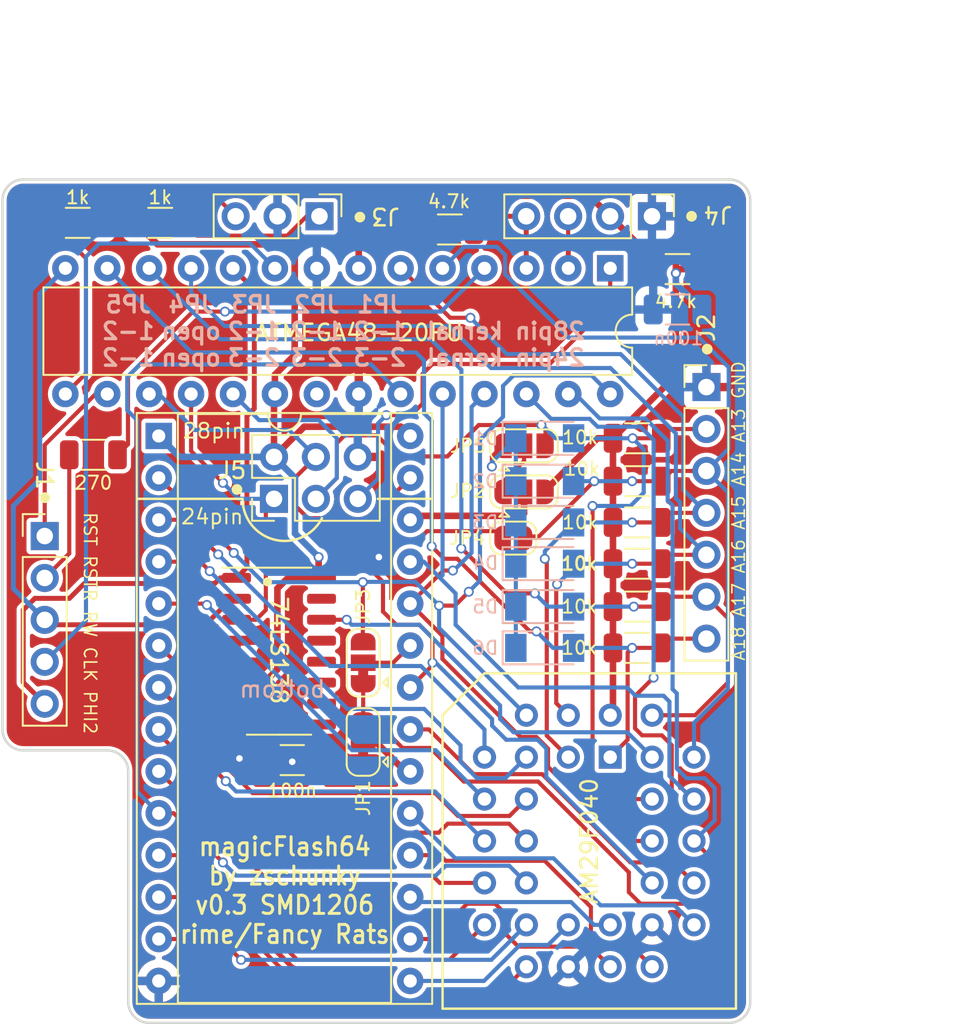
<source format=kicad_pcb>
(kicad_pcb (version 20221018) (generator pcbnew)
  (layers (0 "F.Cu" signal) (31 "B.Cu" signal) (34 "B.Paste" user) (35 "F.Paste" user) (36 "B.SilkS" user "B.Silkscreen") (37 "F.SilkS" user "F.Silkscreen") (38 "B.Mask" user) (39 "F.Mask" user) (44 "Edge.Cuts" user))
  (net 0 "")
  (net 1 "GND")
  (net 2 "LOROM")
  (net 3 "SEL_A14")
  (net 4 "SEL_A15")
  (net 5 "SEL_A16")
  (net 6 "SEL_A17")
  (net 7 "SEL_A18")
  (net 8 "RESET")
  (net 9 "RESTORE")
  (net 10 "Net-(J3-Pad1)")
  (net 11 "Net-(J3-Pad3)")
  (net 12 "A11")
  (net 13 "A13")
  (net 14 "A13_VCC")
  (net 15 "VCC")
  (net 16 "A11_A12")
  (net 17 "A12")
  (net 18 "ROM_A14")
  (net 19 "LED")
  (net 20 "D3")
  (net 21 "D4")
  (net 22 "A7")
  (net 23 "D5")
  (net 24 "A6")
  (net 25 "D6")
  (net 26 "A5")
  (net 27 "D7")
  (net 28 "A4")
  (net 29 "A3")
  (net 30 "A10")
  (net 31 "A2")
  (net 32 "A1")
  (net 33 "A0")
  (net 34 "A9")
  (net 35 "D0")
  (net 36 "A8")
  (net 37 "D1")
  (net 38 "D2")
  (net 39 "RW")
  (net 40 "GND_A11")
  (net 41 "Net-(J1-Pad2)")
  (net 42 "SCK")
  (net 43 "MISO")
  (net 44 "MOSI")
  (net 45 "RST")
  (net 46 "PHI2")
  (net 47 "DOT_CLK")
  (net 48 "/SCL")
  (net 49 "/SDA")
  (net 50 "WE")
  (footprint "Sockets:PLCC32" (layer "F.Cu") (at 114.3 98.2)
    (fp_text reference "U3" hide)
    (fp_text value "AM29F040")
  )
  (footprint "Pin_Headers:Pin_Header_Straight_1x07_Pitch2.54mm" (layer "F.Cu") (at 121.4 70.7)
    (fp_text reference "J2")
    (fp_text value "1x7")
  )
  (footprint "Jumper:SolderJumper-3_P1.3mm_Bridged12_RoundedPad1.0x1.5mm" (layer "F.Cu") (at 100.6 92.2 90)
    (fp_text reference "JP1")
    (fp_text value "1x3")
  )
  (footprint "Jumper:SolderJumper-3_P1.3mm_Bridged12_RoundedPad1.0x1.5mm" (layer "F.Cu") (at 110.35 77.05)
    (fp_text reference "JP2")
    (fp_text value "1x3")
  )
  (footprint "Jumper:SolderJumper-3_P1.3mm_Bridged12_RoundedPad1.0x1.5mm" (layer "F.Cu") (at 100.6 87.4 90)
    (fp_text reference "JP3")
    (fp_text value "1x3")
  )
  (footprint "Jumper:SolderJumper-2_P1.3mm_Open_RoundedPad1.0x1.5mm" (layer "F.Cu") (at 109.7 79.85)
    (fp_text reference "JP4")
    (fp_text value "1x2")
  )
  (footprint "Jumper:SolderJumper-3_P1.3mm_Bridged12_RoundedPad1.0x1.5mm" (layer "F.Cu") (at 110.35 74.2575)
    (fp_text reference "JP5")
    (fp_text value "1x3")
  )
  (footprint "Housings_DIP:DIP-28_W15.24mm_Socket" (layer "F.Cu") (at 88.21 73.66)
    (fp_text reference "U1" hide)
    (fp_text value "ROMSOCKET")
  )
  (footprint "Housings_DIP:DIP-28_W7.62mm" (layer "F.Cu") (at 115.57 63.5 -90)
    (fp_text reference "U2" hide)
    (fp_text value "ATMEGA48-20PU")
  )
  (footprint "Resistor_SMD:R_1206_3216Metric" (layer "F.Cu") (at 84.25 74.8)
    (fp_text reference "R13" hide)
    (fp_text value "270")
  )
  (footprint "Pin_Headers:Pin_Header_Straight_1x05_Pitch2.54mm" (layer "F.Cu") (at 81.3 79.725)
    (fp_text reference "J1")
    (fp_text value "1x5" hide)
  )
  (footprint "Package_SO:SO-16_3.9x9.9mm_P1.27mm" (layer "F.Cu") (at 95.5 86.7)
    (fp_text reference "U4" hide)
    (fp_text value "74LS138")
  )
  (footprint "Capacitor_SMD:C_1206_3216Metric" (layer "F.Cu") (at 96.3 93.3)
    (fp_text reference "C2" hide)
    (fp_text value "100n")
  )
  (footprint "Pin_Headers:Pin_Header_Straight_1x03_Pitch2.54mm" (layer "F.Cu") (at 97.95 60.35 -90)
    (fp_text reference "J3")
    (fp_text value "1x3")
  )
  (footprint "Resistor_SMD:R_1206_3216Metric" (layer "F.Cu") (at 83.3 60.75 180)
    (fp_text reference "R2" hide)
    (fp_text value "1k")
  )
  (footprint "Resistor_SMD:R_1206_3216Metric" (layer "F.Cu") (at 88.3 60.75 180)
    (fp_text reference "R1" hide)
    (fp_text value "1k")
  )
  (footprint "Pin_Headers:Pin_Header_Straight_2x03_Pitch2.54mm" (layer "F.Cu") (at 95.195 77.47 90)
    (fp_text reference "J5")
    (fp_text value "AVR ISP")
  )
  (footprint "Pin_Headers:Pin_Header_Straight_1x04_Pitch2.54mm" (layer "F.Cu") (at 118.1 60.35 -90)
    (fp_text reference "J4")
    (fp_text value "1x4")
  )
  (footprint "Resistor_SMD:R_1206_3216Metric" (layer "F.Cu") (at 119.65 63.55 180)
    (fp_text reference "R10" hide)
    (fp_text value "4.7k")
  )
  (footprint "Resistor_SMD:R_1206_3216Metric" (layer "F.Cu") (at 105.85 61.15)
    (fp_text reference "R11" hide)
    (fp_text value "4.7k")
  )
  (footprint "Resistor_SMD:R_1206_3216Metric" (layer "F.Cu") (at 117.2 86.5)
    (fp_text reference "R8" hide)
    (fp_text value "10k")
  )
  (footprint "Resistor_SMD:R_1206_3216Metric" (layer "F.Cu") (at 117.2 84)
    (fp_text reference "R7" hide)
    (fp_text value "10k")
  )
  (footprint "Resistor_SMD:R_1206_3216Metric" (layer "F.Cu") (at 117.2 73.8)
    (fp_text reference "R3" hide)
    (fp_text value "10k")
  )
  (footprint "Resistor_SMD:R_1206_3216Metric" (layer "F.Cu") (at 117.2 76.4)
    (fp_text reference "R4" hide)
    (fp_text value "10k")
  )
  (footprint "Resistor_SMD:R_1206_3216Metric" (layer "F.Cu") (at 117.2 78.9)
    (fp_text reference "R5" hide)
    (fp_text value "10k")
  )
  (footprint "Resistor_SMD:R_1206_3216Metric" (layer "F.Cu") (at 117.2 81.4)
    (fp_text reference "R6" hide)
    (fp_text value "10k")
  )
  (footprint "Diode_SMD:D_MiniMELF" (layer "B.Cu") (at 111.6 73.8)
    (fp_text reference "D1")
    (fp_text value "D" hide)
  )
  (footprint "Diode_SMD:D_MiniMELF" (layer "B.Cu") (at 111.6 78.9)
    (fp_text reference "D3")
    (fp_text value "D" hide)
  )
  (footprint "Diode_SMD:D_MiniMELF" (layer "B.Cu") (at 111.6 81.4)
    (fp_text reference "D4")
    (fp_text value "D" hide)
  )
  (footprint "Diode_SMD:D_MiniMELF" (layer "B.Cu") (at 111.6 84)
    (fp_text reference "D5")
    (fp_text value "D" hide)
  )
  (footprint "Diode_SMD:D_MiniMELF" (layer "B.Cu") (at 111.6 86.5)
    (fp_text reference "D6")
    (fp_text value "D" hide)
  )
  (footprint "Diode_SMD:D_MiniMELF" (layer "B.Cu") (at 111.6 76.4)
    (fp_text reference "D2")
    (fp_text value "D" hide)
  )
  (footprint "Capacitor_SMD:C_1206_3216Metric" (layer "B.Cu") (at 119.65 66)
    (fp_text reference "C1" hide)
    (fp_text value "100n")
  )
  (gr_arc (start 98.1 78.65) (mid 95.232245 79.946313) (end 93.29 77.47) (stroke (width 0.15)) (layer "F.SilkS"))
  (gr_line (start 86.94 77.47) (end 93.29 77.47) (stroke (width 0.15)) (layer "F.SilkS"))
  (gr_circle (center 92.95 76.9) (end 93.2 76.9) (stroke (width 0.15)) (fill solid) (layer "F.SilkS"))
  (gr_circle (center 100.4 60.4) (end 100.65 60.4) (stroke (width 0.15)) (fill solid) (layer "F.SilkS"))
  (gr_circle (center 81.3 77.4) (end 81.55 77.4) (stroke (width 0.15)) (fill solid) (layer "F.SilkS"))
  (gr_circle (center 120.5 60.35) (end 120.75 60.35) (stroke (width 0.15)) (fill solid) (layer "F.SilkS"))
  (gr_circle (center 121.45 68.4) (end 121.7 68.4) (stroke (width 0.15)) (fill solid) (layer "F.SilkS"))
  (gr_line (start 101.5 77.47) (end 104.72 77.47) (stroke (width 0.15)) (layer "F.SilkS"))
  (gr_circle (center 94.8 82.5) (end 95 82.5) (stroke (width 0.15)) (fill solid) (layer "F.SilkS"))
  (gr_arc (start 122.785 58.12) (mid 123.683026 58.491974) (end 124.055 59.39) (stroke (width 0.15)) (layer "Edge.Cuts"))
  (gr_arc (start 87.63 109.22) (mid 86.731974 108.848026) (end 86.36 107.95) (stroke (width 0.15)) (layer "Edge.Cuts"))
  (gr_line (start 124.055 107.95) (end 124.055 59.39) (stroke (width 0.15)) (layer "Edge.Cuts"))
  (gr_line (start 80.01 92.71) (end 85.09 92.71) (stroke (width 0.15)) (layer "Edge.Cuts"))
  (gr_arc (start 78.74 59.39) (mid 79.111974 58.491974) (end 80.01 58.12) (stroke (width 0.15)) (layer "Edge.Cuts"))
  (gr_arc (start 124.055 107.95) (mid 123.683026 108.848026) (end 122.785 109.22) (stroke (width 0.15)) (layer "Edge.Cuts"))
  (gr_line (start 122.785 109.22) (end 87.63 109.22) (stroke (width 0.15)) (layer "Edge.Cuts"))
  (gr_arc (start 80.01 92.71) (mid 79.111974 92.338026) (end 78.74 91.44) (stroke (width 0.15)) (layer "Edge.Cuts"))
  (gr_line (start 80.01 58.12) (end 122.785 58.12) (stroke (width 0.15)) (layer "Edge.Cuts"))
  (gr_arc (start 85.09 92.71) (mid 85.988026 93.081974) (end 86.36 93.98) (stroke (width 0.15)) (layer "Edge.Cuts"))
  (gr_line (start 78.74 59.39) (end 78.74 91.44) (stroke (width 0.15)) (layer "Edge.Cuts"))
  (gr_line (start 86.36 93.98) (end 86.36 107.95) (stroke (width 0.15)) (layer "Edge.Cuts"))
  (gr_text "\n28pin kernal\n24pin kernal" (at 109.22 67.31) (layer "B.SilkS") (effects (font (size 1 1) (thickness 0.2)) (justify mirror)))
  (gr_text "JP1\n1-2\n2-3" (at 101.6 67.31) (layer "B.SilkS") (effects (font (size 1 1) (thickness 0.2)) (justify mirror)))
  (gr_text "JP2\n1-2\n2-3" (at 97.79 67.31) (layer "B.SilkS") (effects (font (size 1 1) (thickness 0.2)) (justify mirror)))
  (gr_text "JP3\n1-2\n2-3" (at 93.98 67.31) (layer "B.SilkS") (effects (font (size 1 1) (thickness 0.2)) (justify mirror)))
  (gr_text "JP4\nopen\nopen" (at 90.17 67.31) (layer "B.SilkS") (effects (font (size 1 1) (thickness 0.2)) (justify mirror)))
  (gr_text "JP5\n1-2\n1-2" (at 86.36 67.31) (layer "B.SilkS") (effects (font (size 1 1) (thickness 0.2)) (justify mirror)))
  (gr_text "bottom" (at 95.7 89) (layer "B.SilkS") (effects (font (size 1 1)) (justify mirror)))
  (gr_text "24pin" (at 91.45 78.55) (layer "F.SilkS") (effects (font (size 0.9 0.9) (thickness 0.12))))
  (gr_text "A18 A17 A16 A15 A14 A13 GND" (at 123.35 78.2 90) (layer "F.SilkS") (effects (font (size 0.75 0.75) (thickness 0.1))))
  (gr_text "28pin" (at 91.55 73.35) (layer "F.SilkS") (effects (font (size 0.9 0.9) (thickness 0.12))))
  (gr_text "magicFlash64\nby zschunky\nv0.3 SMD1206\nrime/Fancy Rats" (at 95.85 101.2) (layer "F.SilkS") (effects (font (size 1.1 1) (thickness 0.18))))
  (gr_text "RST RSTR RW CLK PHI2" (at 84.05 85 270) (layer "F.SilkS") (effects (font (size 0.75 0.75) (thickness 0.1))))
  (via (at 93.1 93.2) (size 0.6) (drill 0.4) (layers "F.Cu" "B.Cu") (net 1))
  (via (at 96.3 93.4) (size 0.6) (drill 0.4) (layers "F.Cu" "B.Cu") (net 1))
  (via (at 101.55 81) (size 0.6) (drill 0.4) (layers "F.Cu" "B.Cu") (net 1))
  (segment (start 109.05 74.2575) (end 108.4 74.9075) (width 0.25) (layer "F.Cu") (net 2))
  (segment (start 108.4 74.9075) (end 108.4 75.513774) (width 0.25) (layer "F.Cu") (net 2))
  (via (at 108.4 75.513774) (size 0.6) (drill 0.4) (layers "F.Cu" "B.Cu") (net 2))
  (segment (start 109.85 84) (end 109.85 81.4) (width 0.25) (layer "B.Cu") (net 2))
  (segment (start 109.85 78.9) (end 109.85 76.4) (width 0.25) (layer "B.Cu") (net 2))
  (segment (start 109.85 81.4) (end 109.85 78.9) (width 0.25) (layer "B.Cu") (net 2))
  (segment (start 109.85 86.5) (end 109.85 84) (width 0.25) (layer "B.Cu") (net 2))
  (segment (start 108.4 75.25) (end 108.4 75.513774) (width 0.25) (layer "B.Cu") (net 2))
  (segment (start 109.85 76.4) (end 109.85 73.8) (width 0.25) (layer "B.Cu") (net 2))
  (segment (start 109.85 73.8) (end 108.4 75.25) (width 0.25) (layer "B.Cu") (net 2))
  (segment (start 110.85 79.75) (end 111.25 79.75) (width 0.25) (layer "F.Cu") (net 3))
  (segment (start 118.6625 76.4) (end 119.2825 75.78) (width 0.25) (layer "F.Cu") (net 3))
  (segment (start 119.2825 75.78) (end 121.4 75.78) (width 0.25) (layer "F.Cu") (net 3))
  (segment (start 111.25 79.75) (end 114.6 76.4) (width 0.25) (layer "F.Cu") (net 3))
  (segment (start 118.6625 76.4) (end 116.9 76.4) (width 0.25) (layer "F.Cu") (net 3))
  (via (at 114.6 76.4) (size 0.6) (drill 0.4) (layers "F.Cu" "B.Cu") (net 3))
  (via (at 116.9 76.4) (size 0.6) (drill 0.4) (layers "F.Cu" "B.Cu") (net 3))
  (segment (start 108.7 62.2) (end 109.2 62.7) (width 0.25) (layer "B.Cu") (net 3))
  (segment (start 120.65 91.036862) (end 122.7 88.986862) (width 0.25) (layer "B.Cu") (net 3))
  (segment (start 109.2 62.7) (end 109.2 63.86431) (width 0.25) (layer "B.Cu") (net 3))
  (segment (start 120.65 93.12) (end 120.65 91.036862) (width 0.25) (layer "B.Cu") (net 3))
  (segment (start 122.7 77.08) (end 121.4 75.78) (width 0.25) (layer "B.Cu") (net 3))
  (segment (start 109.2 63.86431) (end 113.03569 67.7) (width 0.25) (layer "B.Cu") (net 3))
  (segment (start 113.35 76.4) (end 114.6 76.4) (width 0.25) (layer "B.Cu") (net 3))
  (segment (start 122.75 74.43) (end 121.4 75.78) (width 0.25) (layer "B.Cu") (net 3))
  (segment (start 120.95 67.7) (end 122.75 69.5) (width 0.25) (layer "B.Cu") (net 3))
  (segment (start 114.6 76.4) (end 116.9 76.4) (width 0.25) (layer "B.Cu") (net 3))
  (segment (start 122.7 88.986862) (end 122.7 77.08) (width 0.25) (layer "B.Cu") (net 3))
  (segment (start 106.71 62.2) (end 108.7 62.2) (width 0.25) (layer "B.Cu") (net 3))
  (segment (start 113.03569 67.7) (end 120.95 67.7) (width 0.25) (layer "B.Cu") (net 3))
  (segment (start 105.41 63.5) (end 106.71 62.2) (width 0.25) (layer "B.Cu") (net 3))
  (segment (start 122.75 69.5) (end 122.75 74.43) (width 0.25) (layer "B.Cu") (net 3))
  (segment (start 102.87 63.5) (end 105.87 66.5) (width 0.25) (layer "F.Cu") (net 4))
  (segment (start 105.87 66.5) (end 107.1 66.5) (width 0.25) (layer "F.Cu") (net 4))
  (segment (start 111.7245 91.8145) (end 111.7245 81.2245) (width 0.25) (layer "F.Cu") (net 4))
  (segment (start 116.9 78.9) (end 118.6625 78.9) (width 0.25) (layer "F.Cu") (net 4))
  (segment (start 119.2425 78.32) (end 118.6625 78.9) (width 0.25) (layer "F.Cu") (net 4))
  (segment (start 121.4 78.32) (end 119.2425 78.32) (width 0.25) (layer "F.Cu") (net 4))
  (segment (start 111.7245 81.2245) (end 111.605796 81.105796) (width 0.25) (layer "F.Cu") (net 4))
  (segment (start 113.03 93.12) (end 111.7245 91.8145) (width 0.25) (layer "F.Cu") (net 4))
  (via (at 111.605796 81.105796) (size 0.6) (drill 0.4) (layers "F.Cu" "B.Cu") (net 4))
  (via (at 107.1 66.5) (size 0.6) (drill 0.4) (layers "F.Cu" "B.Cu") (net 4))
  (via (at 116.9 78.9) (size 0.6) (drill 0.4) (layers "F.Cu" "B.Cu") (net 4))
  (segment (start 113.35 78.9) (end 116.9 78.9) (width 0.25) (layer "B.Cu") (net 4))
  (segment (start 111.605796 80.644204) (end 111.605796 81.105796) (width 0.25) (layer "B.Cu") (net 4))
  (segment (start 120 76.92) (end 120 72.5) (width 0.25) (layer "B.Cu") (net 4))
  (segment (start 120 72.5) (end 116.2 68.7) (width 0.25) (layer "B.Cu") (net 4))
  (segment (start 109.3 68.7) (end 107.1 66.5) (width 0.25) (layer "B.Cu") (net 4))
  (segment (start 121.4 78.32) (end 120 76.92) (width 0.25) (layer "B.Cu") (net 4))
  (segment (start 113.35 78.9) (end 111.605796 80.644204) (width 0.25) (layer "B.Cu") (net 4))
  (segment (start 116.2 68.7) (end 109.3 68.7) (width 0.25) (layer "B.Cu") (net 4))
  (segment (start 113.03 90.58) (end 112.3 89.85) (width 0.25) (layer "F.Cu") (net 5))
  (segment (start 119.2025 80.86) (end 121.4 80.86) (width 0.25) (layer "F.Cu") (net 5))
  (segment (start 112.3 82.6995) (end 112.34975 82.64975) (width 0.25) (layer "F.Cu") (net 5))
  (segment (start 112.3 89.85) (end 112.3 82.6995) (width 0.25) (layer "F.Cu") (net 5))
  (segment (start 118.6625 81.4) (end 119.2025 80.86) (width 0.25) (layer "F.Cu") (net 5))
  (segment (start 116.9 81.4) (end 118.6625 81.4) (width 0.25) (layer "F.Cu") (net 5))
  (via (at 116.9 81.4) (size 0.6) (drill 0.4) (layers "F.Cu" "B.Cu") (net 5))
  (via (at 112.34975 82.64975) (size 0.6) (drill 0.4) (layers "F.Cu" "B.Cu") (net 5))
  (segment (start 108.345499 69.545499) (end 115.58649 69.545499) (width 0.25) (layer "B.Cu") (net 5))
  (segment (start 119.550499 76.686189) (end 119.550499 77.436189) (width 0.25) (layer "B.Cu") (net 5))
  (segment (start 119.550499 77.436189) (end 119.8 77.68569) (width 0.25) (layer "B.Cu") (net 5))
  (segment (start 90.17 63.5) (end 90.17 64.97) (width 0.25) (layer "B.Cu") (net 5))
  (segment (start 90.17 64.97) (end 92.2 67) (width 0.25) (layer "B.Cu") (net 5))
  (segment (start 105.8 67) (end 108.345499 69.545499) (width 0.25) (layer "B.Cu") (net 5))
  (segment (start 119.8 77.68569) (end 119.8 79.26) (width 0.25) (layer "B.Cu") (net 5))
  (segment (start 113.35 81.6495) (end 112.34975 82.64975) (width 0.25) (layer "B.Cu") (net 5))
  (segment (start 119.8 79.26) (end 121.4 80.86) (width 0.25) (layer "B.Cu") (net 5))
  (segment (start 113.35 81.4) (end 113.35 81.6495) (width 0.25) (layer "B.Cu") (net 5))
  (segment (start 92.2 67) (end 105.8 67) (width 0.25) (layer "B.Cu") (net 5))
  (segment (start 113.35 81.4) (end 116.9 81.4) (width 0.25) (layer "B.Cu") (net 5))
  (segment (start 119.55 73.509009) (end 119.55 76.68569) (width 0.25) (layer "B.Cu") (net 5))
  (segment (start 115.58649 69.545499) (end 119.55 73.509009) (width 0.25) (layer "B.Cu") (net 5))
  (segment (start 119.55 76.68569) (end 119.550499 76.686189) (width 0.25) (layer "B.Cu") (net 5))
  (segment (start 122.7 84.7) (end 122.7 88.6) (width 0.25) (layer "F.Cu") (net 6))
  (segment (start 106.543467 80.476093) (end 106.576093 80.476093) (width 0.25) (layer "F.Cu") (net 6))
  (segment (start 121.4 83.4) (end 122.7 84.7) (width 0.25) (layer "F.Cu") (net 6))
  (segment (start 109.3 83.2) (end 111 83.2) (width 0.25) (layer "F.Cu") (net 6))
  (segment (start 118.6625 84) (end 119.2625 83.4) (width 0.25) (layer "F.Cu") (net 6))
  (segment (start 120.72 90.58) (end 118.11 90.58) (width 0.25) (layer "F.Cu") (net 6))
  (segment (start 117 84) (end 118.6625 84) (width 0.25) (layer "F.Cu") (net 6))
  (segment (start 122.7 88.6) (end 120.72 90.58) (width 0.25) (layer "F.Cu") (net 6))
  (segment (start 119.2625 83.4) (end 121.4 83.4) (width 0.25) (layer "F.Cu") (net 6))
  (segment (start 106.576093 80.476093) (end 109.3 83.2) (width 0.25) (layer "F.Cu") (net 6))
  (via (at 117 84) (size 0.6) (drill 0.4) (layers "F.Cu" "B.Cu") (net 6))
  (via (at 106.543467 80.476093) (size 0.6) (drill 0.4) (layers "F.Cu" "B.Cu") (net 6))
  (via (at 111 83.2) (size 0.6) (drill 0.4) (layers "F.Cu" "B.Cu") (net 6))
  (segment (start 91.93 67.8) (end 104.7 67.8) (width 0.25) (layer "B.Cu") (net 6))
  (segment (start 104.7 67.8) (end 106.55 69.65) (width 0.25) (layer "B.Cu") (net 6))
  (segment (start 111.8 84) (end 111 83.2) (width 0.25) (layer "B.Cu") (net 6))
  (segment (start 87.63 63.5) (end 91.93 67.8) (width 0.25) (layer "B.Cu") (net 6))
  (segment (start 113.35 84) (end 111.8 84) (width 0.25) (layer "B.Cu") (net 6))
  (segment (start 113.35 84) (end 117 84) (width 0.25) (layer "B.Cu") (net 6))
  (segment (start 106.55 80.250002) (end 106.543467 80.256535) (width 0.25) (layer "B.Cu") (net 6))
  (segment (start 106.543467 80.256535) (end 106.543467 80.476093) (width 0.25) (layer "B.Cu") (net 6))
  (segment (start 106.55 69.65) (end 106.55 80.250002) (width 0.25) (layer "B.Cu") (net 6))
  (segment (start 106.300593 81.100593) (end 110.7 85.5) (width 0.25) (layer "F.Cu") (net 7))
  (segment (start 116.624894 86.775106) (end 116.9 86.5) (width 0.25) (layer "F.Cu") (net 7))
  (segment (start 118.6625 86.5) (end 119.2225 85.94) (width 0.25) (layer "F.Cu") (net 7))
  (segment (start 116.624894 92.065106) (end 116.624894 86.775106) (width 0.25) (layer "F.Cu") (net 7))
  (segment (start 110.7 85.5) (end 111.1 85.5) (width 0.25) (layer "F.Cu") (net 7))
  (segment (start 116.9 86.5) (end 118.6625 86.5) (width 0.25) (layer "F.Cu") (net 7))
  (segment (start 115.57 93.12) (end 116.624894 92.065106) (width 0.25) (layer "F.Cu") (net 7))
  (segment (start 105.500593 81.100593) (end 106.300593 81.100593) (width 0.25) (layer "F.Cu") (net 7))
  (segment (start 104.75 80.35) (end 105.500593 81.100593) (width 0.25) (layer "F.Cu") (net 7))
  (segment (start 119.2225 85.94) (end 121.4 85.94) (width 0.25) (layer "F.Cu") (net 7))
  (via (at 111.1 85.5) (size 0.6) (drill 0.4) (layers "F.Cu" "B.Cu") (net 7))
  (via (at 104.75 80.35) (size 0.6) (drill 0.4) (layers "F.Cu" "B.Cu") (net 7))
  (via (at 116.9 86.5) (size 0.6) (drill 0.4) (layers "F.Cu" "B.Cu") (net 7))
  (segment (start 90.19 68.6) (end 103.8 68.6) (width 0.25) (layer "B.Cu") (net 7))
  (segment (start 113.35 86.5) (end 116.9 86.5) (width 0.25) (layer "B.Cu") (net 7))
  (segment (start 104.285 69.085) (end 104.285 72.285) (width 0.25) (layer "B.Cu") (net 7))
  (segment (start 103.8 68.6) (end 104.285 69.085) (width 0.25) (layer "B.Cu") (net 7))
  (segment (start 85.09 63.5) (end 90.19 68.6) (width 0.25) (layer "B.Cu") (net 7))
  (segment (start 104.75 72.75) (end 104.75 80.35) (width 0.25) (layer "B.Cu") (net 7))
  (segment (start 113.35 86.5) (end 112.1 86.5) (width 0.25) (layer "B.Cu") (net 7))
  (segment (start 112.1 86.5) (end 111.1 85.5) (width 0.25) (layer "B.Cu") (net 7))
  (segment (start 104.285 72.285) (end 104.75 72.75) (width 0.25) (layer "B.Cu") (net 7))
  (segment (start 84.38 71.12) (end 85.09 71.12) (width 0.25) (layer "F.Cu") (net 8))
  (segment (start 81.3 74.2) (end 84.38 71.12) (width 0.25) (layer "F.Cu") (net 8))
  (segment (start 81.3 79.725) (end 81.3 74.2) (width 0.25) (layer "F.Cu") (net 8))
  (segment (start 90.275 66.125) (end 92.225 66.125) (width 0.25) (layer "F.Cu") (net 9))
  (segment (start 86.346381 70.053619) (end 90.275 66.125) (width 0.25) (layer "F.Cu") (net 9))
  (segment (start 86.346381 74.166119) (end 86.346381 70.053619) (width 0.25) (layer "F.Cu") (net 9))
  (segment (start 85.7125 74.8) (end 86.346381 74.166119) (width 0.25) (layer "F.Cu") (net 9))
  (via (at 92.225 66.125) (size 0.6) (drill 0.4) (layers "F.Cu" "B.Cu") (net 9))
  (segment (start 105.325 66.125) (end 92.225 66.125) (width 0.25) (layer "B.Cu") (net 9))
  (segment (start 107.95 63.5) (end 105.325 66.125) (width 0.25) (layer "B.Cu") (net 9))
  (segment (start 97.171701 60.35) (end 95.996701 61.525) (width 0.25) (layer "F.Cu") (net 10))
  (segment (start 95.996701 61.525) (end 90.5375 61.525) (width 0.25) (layer "F.Cu") (net 10))
  (segment (start 97.95 60.35) (end 97.171701 60.35) (width 0.25) (layer "F.Cu") (net 10))
  (segment (start 90.5375 61.525) (end 89.7625 60.75) (width 0.25) (layer "F.Cu") (net 10))
  (segment (start 92.87 60.35) (end 91.92 59.4) (width 0.25) (layer "F.Cu") (net 11))
  (segment (start 86.1125 59.4) (end 84.7625 60.75) (width 0.25) (layer "F.Cu") (net 11))
  (segment (start 91.92 59.4) (end 86.1125 59.4) (width 0.25) (layer "F.Cu") (net 11))
  (segment (start 116.7 101.3) (end 117.4 102) (width 0.25) (layer "F.Cu") (net 12))
  (segment (start 100.6 88.7) (end 100.6 90.9) (width 0.25) (layer "F.Cu") (net 12))
  (segment (start 121.8 99.35) (end 120.65 98.2) (width 0.25) (layer "F.Cu") (net 12))
  (segment (start 121.3 102) (end 121.8 101.5) (width 0.25) (layer "F.Cu") (net 12))
  (segment (start 111.2 94.6) (end 116.7 100.1) (width 0.25) (layer "F.Cu") (net 12))
  (segment (start 101.319009 90.9) (end 102.984009 92.565) (width 0.25) (layer "F.Cu") (net 12))
  (segment (start 116.7 100.1) (end 116.7 101.3) (width 0.25) (layer "F.Cu") (net 12))
  (segment (start 104.665 92.565) (end 106.7 94.6) (width 0.25) (layer "F.Cu") (net 12))
  (segment (start 106.7 94.6) (end 111.2 94.6) (width 0.25) (layer "F.Cu") (net 12))
  (segment (start 121.8 101.5) (end 121.8 99.35) (width 0.25) (layer "F.Cu") (net 12))
  (segment (start 100.6 90.9) (end 101.319009 90.9) (width 0.25) (layer "F.Cu") (net 12))
  (segment (start 102.984009 92.565) (end 104.665 92.565) (width 0.25) (layer "F.Cu") (net 12))
  (segment (start 117.4 102) (end 121.3 102) (width 0.25) (layer "F.Cu") (net 12))
  (segment (start 117.7 72.6) (end 114.93569 72.6) (width 0.25) (layer "B.Cu") (net 12))
  (segment (start 119.60819 93.80819) (end 119.60819 89.25819) (width 0.25) (layer "B.Cu") (net 12))
  (segment (start 119.05 77.57138) (end 119.05 73.95) (width 0.25) (layer "B.Cu") (net 12))
  (segment (start 113.45569 71.12) (end 113.03 71.12) (width 0.25) (layer "B.Cu") (net 12))
  (segment (start 120.65 98.2) (end 121.9 96.95) (width 0.25) (layer "B.Cu") (net 12))
  (segment (start 119.60819 89.25819) (end 119.35 89) (width 0.25) (layer "B.Cu") (net 12))
  (segment (start 119.05 73.95) (end 117.7 72.6) (width 0.25) (layer "B.Cu") (net 12))
  (segment (start 121.3 94.4) (end 120.2 94.4) (width 0.25) (layer "B.Cu") (net 12))
  (segment (start 121.9 96.95) (end 121.9 95) (width 0.25) (layer "B.Cu") (net 12))
  (segment (start 121.9 95) (end 121.3 94.4) (width 0.25) (layer "B.Cu") (net 12))
  (segment (start 114.93569 72.6) (end 113.45569 71.12) (width 0.25) (layer "B.Cu") (net 12))
  (segment (start 119.35 77.87138) (end 119.05 77.57138) (width 0.25) (layer "B.Cu") (net 12))
  (segment (start 120.2 94.4) (end 119.60819 93.80819) (width 0.25) (layer "B.Cu") (net 12))
  (segment (start 119.35 89) (end 119.35 77.87138) (width 0.25) (layer "B.Cu") (net 12))
  (segment (start 109.05 77.05) (end 109.05 76.46712) (width 0.25) (layer "F.Cu") (net 13))
  (segment (start 109.05 76.46712) (end 110.35 75.16712) (width 0.25) (layer "F.Cu") (net 13))
  (segment (start 110.35 75.16712) (end 110.35 74.2575) (width 0.25) (layer "F.Cu") (net 13))
  (segment (start 110.35 78.35) (end 110.2 78.5) (width 0.4) (layer "F.Cu") (net 14))
  (segment (start 103.69 78.5) (end 103.45 78.74) (width 0.4) (layer "F.Cu") (net 14))
  (segment (start 110.2 78.5) (end 103.69 78.5) (width 0.4) (layer "F.Cu") (net 14))
  (segment (start 110.35 77.05) (end 110.35 78.35) (width 0.4) (layer "F.Cu") (net 14))
  (segment (start 119.55 62.6) (end 118.9 61.95) (width 0.4) (layer "F.Cu") (net 15))
  (segment (start 111.65 77.05) (end 111.65 76.95) (width 0.4) (layer "F.Cu") (net 15))
  (segment (start 97.025 73.1) (end 95.195 74.93) (width 0.4) (layer "F.Cu") (net 15))
  (segment (start 94.825 93.3) (end 94.85 93.275) (width 0.4) (layer "F.Cu") (net 15))
  (segment (start 115.7375 73.8) (end 119.55 69.9875) (width 0.4) (layer "F.Cu") (net 15))
  (segment (start 119.8 63.55) (end 119.55 63.8) (width 0.4) (layer "F.Cu") (net 15))
  (segment (start 96.45 62.15) (end 96.6 62) (width 0.4) (layer "F.Cu") (net 15))
  (segment (start 95.25 71.12) (end 95.25 69.95) (width 0.4) (layer "F.Cu") (net 15))
  (segment (start 115.7375 81.4) (end 115.7375 86.5) (width 0.4) (layer "F.Cu") (net 15))
  (segment (start 86.8375 60.75) (end 88.1375 62.05) (width 0.4) (layer "F.Cu") (net 15))
  (segment (start 121.1125 63.55) (end 119.8 63.55) (width 0.4) (layer "F.Cu") (net 15))
  (segment (start 115.7375 78.9) (end 115.7375 81.4) (width 0.4) (layer "F.Cu") (net 15))
  (segment (start 100.33 62.27) (end 100.33 63.5) (width 0.4) (layer "F.Cu") (net 15))
  (segment (start 115.7375 73.8) (end 115.7375 76.4) (width 0.4) (layer "F.Cu") (net 15))
  (segment (start 94.85 93.275) (end 94.85 88.35) (width 0.4) (layer "F.Cu") (net 15))
  (segment (start 94.85 88.35) (end 95.4 87.8) (width 0.4) (layer "F.Cu") (net 15))
  (segment (start 115.7375 78.9) (end 115.7375 76.4) (width 0.4) (layer "F.Cu") (net 15))
  (segment (start 98.075 82.255) (end 97.9 82.08) (width 0.4) (layer "F.Cu") (net 15))
  (segment (start 119.55 63.8) (end 119.55 62.6) (width 0.4) (layer "F.Cu") (net 15))
  (segment (start 95.25 69.95) (end 96.45 68.75) (width 0.4) (layer "F.Cu") (net 15))
  (segment (start 95.195 71.175) (end 95.25 71.12) (width 0.4) (layer "F.Cu") (net 15))
  (segment (start 118.9 61.95) (end 117.16 61.95) (width 0.4) (layer "F.Cu") (net 15))
  (segment (start 104.3875 61.15) (end 101.45 61.15) (width 0.4) (layer "F.Cu") (net 15))
  (segment (start 88.1375 62.05) (end 96.55 62.05) (width 0.4) (layer "F.Cu") (net 15))
  (segment (start 102.89 73.1) (end 97.025 73.1) (width 0.4) (layer "F.Cu") (net 15))
  (segment (start 95.4 87.8) (end 95.4 82.9) (width 0.4) (layer "F.Cu") (net 15))
  (segment (start 111.65 76.95) (end 114.8 73.8) (width 0.4) (layer "F.Cu") (net 15))
  (segment (start 95.195 74.93) (end 95.195 71.175) (width 0.4) (layer "F.Cu") (net 15))
  (segment (start 103.45 73.66) (end 102.89 73.1) (width 0.4) (layer "F.Cu") (net 15))
  (segment (start 119.55 69.9875) (end 119.55 63.8) (width 0.4) (layer "F.Cu") (net 15))
  (segment (start 101.45 61.15) (end 100.33 62.27) (width 0.4) (layer "F.Cu") (net 15))
  (segment (start 92.925 88.605) (end 94.595 88.605) (width 0.4) (layer "F.Cu") (net 15))
  (segment (start 96.6 62) (end 100.6 62) (width 0.4) (layer "F.Cu") (net 15))
  (segment (start 115.7375 90.4125) (end 115.57 90.58) (width 0.4) (layer "F.Cu") (net 15))
  (segment (start 115.56 60.35) (end 114.31 59.1) (width 0.4) (layer "F.Cu") (net 15))
  (segment (start 96.55 62.05) (end 96.6 62) (width 0.4) (layer "F.Cu") (net 15))
  (segment (start 95.4 82.9) (end 96.045 82.255) (width 0.4) (layer "F.Cu") (net 15))
  (segment (start 96.45 68.75) (end 96.45 62.15) (width 0.4) (layer "F.Cu") (net 15))
  (segment (start 117.16 61.95) (end 115.56 60.35) (width 0.4) (layer "F.Cu") (net 15))
  (segment (start 115.7375 86.5) (end 115.7375 90.4125) (width 0.4) (layer "F.Cu") (net 15))
  (segment (start 105.25 61.15) (end 104.3875 61.15) (width 0.4) (layer "F.Cu") (net 15))
  (segment (start 114.8 73.8) (end 115.7375 73.8) (width 0.4) (layer "F.Cu") (net 15))
  (segment (start 97.9 82.08) (end 97.9 81) (width 0.4) (layer "F.Cu") (net 15))
  (segment (start 96.045 82.255) (end 98.075 82.255) (width 0.4) (layer "F.Cu") (net 15))
  (segment (start 114.31 59.1) (end 107.3 59.1) (width 0.4) (layer "F.Cu") (net 15))
  (segment (start 94.595 88.605) (end 94.85 88.35) (width 0.4) (layer "F.Cu") (net 15))
  (segment (start 107.3 59.1) (end 105.25 61.15) (width 0.4) (layer "F.Cu") (net 15))
  (via (at 97.9 81) (size 0.6) (drill 0.4) (layers "F.Cu" "B.Cu") (net 15))
  (via (at 119.55 63.8) (size 0.6) (drill 0.4) (layers "F.Cu" "B.Cu") (net 15))
  (segment (start 96.468598 76.203598) (end 96.468598 79.568598) (width 0.4) (layer "B.Cu") (net 15))
  (segment (start 89.48 74.93) (end 88.21 73.66) (width 0.4) (layer "B.Cu") (net 15))
  (segment (start 119.55 64.425) (end 119.55 63.8) (width 0.4) (layer "B.Cu") (net 15))
  (segment (start 121.125 66) (end 119.55 64.425) (width 0.4) (layer "B.Cu") (net 15))
  (segment (start 95.195 74.93) (end 89.48 74.93) (width 0.4) (layer "B.Cu") (net 15))
  (segment (start 95.195 74.93) (end 96.468598 76.203598) (width 0.4) (layer "B.Cu") (net 15))
  (segment (start 96.468598 79.568598) (end 97.9 81) (width 0.4) (layer "B.Cu") (net 15))
  (segment (start 102.41 87.4) (end 103.45 86.36) (width 0.25) (layer "F.Cu") (net 16))
  (segment (start 100.6 87.4) (end 102.41 87.4) (width 0.25) (layer "F.Cu") (net 16))
  (segment (start 100.6 86.1) (end 100.58 86.08) (width 0.25) (layer "F.Cu") (net 17))
  (segment (start 88.21 76.2) (end 92.755 80.745) (width 0.25) (layer "F.Cu") (net 17))
  (segment (start 105.2 83.939503) (end 106.160497 83.939503) (width 0.25) (layer "F.Cu") (net 17))
  (segment (start 106.160497 83.939503) (end 107 83.1) (width 0.25) (layer "F.Cu") (net 17))
  (segment (start 100.58 86.08) (end 100.58 82.52) (width 0.25) (layer "F.Cu") (net 17))
  (via (at 107 83.1) (size 0.6) (drill 0.4) (layers "F.Cu" "B.Cu") (net 17))
  (via (at 100.58 82.52) (size 0.6) (drill 0.4) (layers "F.Cu" "B.Cu") (net 17))
  (via (at 105.2 83.939503) (size 0.6) (drill 0.4) (layers "F.Cu" "B.Cu") (net 17))
  (via (at 92.755 80.745) (size 0.6) (drill 0.4) (layers "F.Cu" "B.Cu") (net 17))
  (segment (start 107.677258 82.422742) (end 107 83.1) (width 0.25) (layer "B.Cu") (net 17))
  (segment (start 109.075 70.625) (end 109.075 72.49638) (width 0.25) (layer "B.Cu") (net 17))
  (segment (start 103.760495 82.5) (end 105.2 83.939503) (width 0.25) (layer "B.Cu") (net 17))
  (segment (start 100.6 82.5) (end 103.760495 82.5) (width 0.25) (layer "B.Cu") (net 17))
  (segment (start 109.705 69.995) (end 109.075 70.625) (width 0.25) (layer "B.Cu") (net 17))
  (segment (start 109.075 72.49638) (end 107.677258 73.894122) (width 0.25) (layer "B.Cu") (net 17))
  (segment (start 100.58 82.52) (end 100.6 82.5) (width 0.25) (layer "B.Cu") (net 17))
  (segment (start 94.53 82.52) (end 92.755 80.745) (width 0.25) (layer "B.Cu") (net 17))
  (segment (start 107.677258 73.894122) (end 107.677258 82.422742) (width 0.25) (layer "B.Cu") (net 17))
  (segment (start 110.49 90.58) (end 105.2 85.29) (width 0.25) (layer "B.Cu") (net 17))
  (segment (start 115.57 71.12) (end 114.445 69.995) (width 0.25) (layer "B.Cu") (net 17))
  (segment (start 100.58 82.52) (end 94.53 82.52) (width 0.25) (layer "B.Cu") (net 17))
  (segment (start 105.2 85.29) (end 105.2 83.939503) (width 0.25) (layer "B.Cu") (net 17))
  (segment (start 114.445 69.995) (end 109.705 69.995) (width 0.25) (layer "B.Cu") (net 17))
  (segment (start 102.9 80) (end 102.2 79.3) (width 0.25) (layer "F.Cu") (net 18))
  (segment (start 104.4745 79.4255) (end 103.9 80) (width 0.25) (layer "F.Cu") (net 18))
  (segment (start 109.05 79.85) (end 108.6255 79.4255) (width 0.25) (layer "F.Cu") (net 18))
  (segment (start 102.2 79.3) (end 102.2 77.45) (width 0.25) (layer "F.Cu") (net 18))
  (segment (start 108.6255 79.4255) (end 104.4745 79.4255) (width 0.25) (layer "F.Cu") (net 18))
  (segment (start 102.2 77.45) (end 103.45 76.2) (width 0.25) (layer "F.Cu") (net 18))
  (segment (start 103.9 80) (end 102.9 80) (width 0.25) (layer "F.Cu") (net 18))
  (segment (start 83.8 69.87) (end 82.55 71.12) (width 0.25) (layer "F.Cu") (net 19))
  (segment (start 83.8 62.9) (end 83.8 69.87) (width 0.25) (layer "F.Cu") (net 19))
  (segment (start 81.8375 60.75) (end 81.8375 60.9375) (width 0.25) (layer "F.Cu") (net 19))
  (segment (start 81.8375 60.9375) (end 83.8 62.9) (width 0.25) (layer "F.Cu") (net 19))
  (segment (start 103.45 106.68) (end 107.92 106.68) (width 0.25) (layer "B.Cu") (net 20))
  (segment (start 110.1 104.5) (end 111.81 104.5) (width 0.25) (layer "B.Cu") (net 20))
  (segment (start 111.81 104.5) (end 113.03 103.28) (width 0.25) (layer "B.Cu") (net 20))
  (segment (start 107.92 106.68) (end 110.1 104.5) (width 0.25) (layer "B.Cu") (net 20))
  (segment (start 109.2 103.8) (end 109.2 102.6) (width 0.25) (layer "F.Cu") (net 21))
  (segment (start 104.76 104.14) (end 103.45 104.14) (width 0.25) (layer "F.Cu") (net 21))
  (segment (start 109.2 102.6) (end 108.6 102) (width 0.25) (layer "F.Cu") (net 21))
  (segment (start 115.57 105.82) (end 114.35 104.6) (width 0.25) (layer "F.Cu") (net 21))
  (segment (start 108.6 102) (end 106.9 102) (width 0.25) (layer "F.Cu") (net 21))
  (segment (start 106.9 102) (end 104.76 104.14) (width 0.25) (layer "F.Cu") (net 21))
  (segment (start 110 104.6) (end 109.2 103.8) (width 0.25) (layer "F.Cu") (net 21))
  (segment (start 114.35 104.6) (end 110 104.6) (width 0.25) (layer "F.Cu") (net 21))
  (segment (start 89.716341 78.74) (end 91.813171 80.836829) (width 0.25) (layer "F.Cu") (net 22))
  (segment (start 88.21 78.74) (end 89.716341 78.74) (width 0.25) (layer "F.Cu") (net 22))
  (via (at 91.813171 80.836829) (size 0.6) (drill 0.4) (layers "F.Cu" "B.Cu") (net 22))
  (segment (start 107.95 91.45) (end 104.1 87.6) (width 0.25) (layer "B.Cu") (net 22))
  (segment (start 98.576341 87.6) (end 91.813171 80.836829) (width 0.25) (layer "B.Cu") (net 22))
  (segment (start 107.95 93.12) (end 107.95 91.45) (width 0.25) (layer "B.Cu") (net 22))
  (segment (start 104.1 87.6) (end 98.576341 87.6) (width 0.25) (layer "B.Cu") (net 22))
  (segment (start 114.582172 103.28) (end 113.202172 101.9) (width 0.25) (layer "B.Cu") (net 23))
  (segment (start 113.202172 101.9) (end 103.75 101.9) (width 0.25) (layer "B.Cu") (net 23))
  (segment (start 103.75 101.9) (end 103.45 101.6) (width 0.25) (layer "B.Cu") (net 23))
  (segment (start 115.57 103.28) (end 114.582172 103.28) (width 0.25) (layer "B.Cu") (net 23))
  (segment (start 88.21 81.28) (end 90.730241 81.28) (width 0.25) (layer "F.Cu") (net 24))
  (segment (start 90.730241 81.28) (end 91.299999 81.849758) (width 0.25) (layer "F.Cu") (net 24))
  (via (at 91.299999 81.849758) (size 0.6) (drill 0.4) (layers "F.Cu" "B.Cu") (net 24))
  (segment (start 106.5 93.4) (end 106.5 92.4) (width 0.25) (layer "B.Cu") (net 24))
  (segment (start 110.49 93.12) (end 109.21 94.4) (width 0.25) (layer "B.Cu") (net 24))
  (segment (start 107.5 94.4) (end 106.5 93.4) (width 0.25) (layer "B.Cu") (net 24))
  (segment (start 99.650241 90.2) (end 91.299999 81.849758) (width 0.25) (layer "B.Cu") (net 24))
  (segment (start 104.3 90.2) (end 99.650241 90.2) (width 0.25) (layer "B.Cu") (net 24))
  (segment (start 106.5 92.4) (end 104.3 90.2) (width 0.25) (layer "B.Cu") (net 24))
  (segment (start 109.21 94.4) (end 107.5 94.4) (width 0.25) (layer "B.Cu") (net 24))
  (segment (start 114.4 103.8) (end 114.4 102.2) (width 0.25) (layer "F.Cu") (net 25))
  (segment (start 114.4 102.2) (end 111.6 99.4) (width 0.25) (layer "F.Cu") (net 25))
  (segment (start 118.11 105.82) (end 116.79 104.5) (width 0.25) (layer "F.Cu") (net 25))
  (segment (start 105.26 99.06) (end 103.45 99.06) (width 0.25) (layer "F.Cu") (net 25))
  (segment (start 115.1 104.5) (end 114.4 103.8) (width 0.25) (layer "F.Cu") (net 25))
  (segment (start 105.6 99.4) (end 105.26 99.06) (width 0.25) (layer "F.Cu") (net 25))
  (segment (start 111.6 99.4) (end 105.6 99.4) (width 0.25) (layer "F.Cu") (net 25))
  (segment (start 116.79 104.5) (end 115.1 104.5) (width 0.25) (layer "F.Cu") (net 25))
  (segment (start 88.21 83.82) (end 91.049949 83.82) (width 0.25) (layer "F.Cu") (net 26))
  (segment (start 91.049949 83.82) (end 91.128981 83.899032) (width 0.25) (layer "F.Cu") (net 26))
  (via (at 91.128981 83.899032) (size 0.6) (drill 0.4) (layers "F.Cu" "B.Cu") (net 26))
  (segment (start 107.95 95.66) (end 104.99 92.7) (width 0.25) (layer "B.Cu") (net 26))
  (segment (start 99.929949 92.7) (end 91.128981 83.899032) (width 0.25) (layer "B.Cu") (net 26))
  (segment (start 104.99 92.7) (end 99.929949 92.7) (width 0.25) (layer "B.Cu") (net 26))
  (segment (start 112.140051 99.250499) (end 106.180499 99.250499) (width 0.25) (layer "B.Cu") (net 27))
  (segment (start 120.65 103.28) (end 119.47 102.1) (width 0.25) (layer "B.Cu") (net 27))
  (segment (start 114.989552 102.1) (end 112.140051 99.250499) (width 0.25) (layer "B.Cu") (net 27))
  (segment (start 119.47 102.1) (end 114.989552 102.1) (width 0.25) (layer "B.Cu") (net 27))
  (segment (start 106.180499 99.250499) (end 103.45 96.52) (width 0.25) (layer "B.Cu") (net 27))
  (segment (start 90.3 88.45) (end 88.21 86.36) (width 0.25) (layer "F.Cu") (net 28))
  (segment (start 104.960495 95.3) (end 93.9 95.3) (width 0.25) (layer "F.Cu") (net 28))
  (segment (start 93.9 95.3) (end 90.3 91.7) (width 0.25) (layer "F.Cu") (net 28))
  (segment (start 90.3 91.7) (end 90.3 88.45) (width 0.25) (layer "F.Cu") (net 28))
  (segment (start 110.49 95.66) (end 109.4665 96.6835) (width 0.25) (layer "F.Cu") (net 28))
  (segment (start 109.4665 96.6835) (end 106.343995 96.6835) (width 0.25) (layer "F.Cu") (net 28))
  (segment (start 106.343995 96.6835) (end 104.960495 95.3) (width 0.25) (layer "F.Cu") (net 28))
  (segment (start 89.750499 90.440499) (end 89.750499 92.050499) (width 0.25) (layer "F.Cu") (net 29))
  (segment (start 89.750499 92.050499) (end 92.275 94.575) (width 0.25) (layer "F.Cu") (net 29))
  (segment (start 88.21 88.9) (end 89.750499 90.440499) (width 0.25) (layer "F.Cu") (net 29))
  (via (at 92.275 94.575) (size 0.6) (drill 0.4) (layers "F.Cu" "B.Cu") (net 29))
  (segment (start 104.95 95.2) (end 92.9 95.2) (width 0.25) (layer "B.Cu") (net 29))
  (segment (start 92.9 95.2) (end 92.275 94.575) (width 0.25) (layer "B.Cu") (net 29))
  (segment (start 107.95 98.2) (end 104.95 95.2) (width 0.25) (layer "B.Cu") (net 29))
  (segment (start 119.3 99.39) (end 119.3 92.4) (width 0.25) (layer "F.Cu") (net 30))
  (segment (start 119.3 92.4) (end 118.7 91.8) (width 0.25) (layer "F.Cu") (net 30))
  (segment (start 119.41 99.5) (end 120.65 100.74) (width 0.25) (layer "F.Cu") (net 30))
  (segment (start 107.291869 94.150499) (end 111.450499 94.150499) (width 0.25) (layer "F.Cu") (net 30))
  (segment (start 103.45 91.44) (end 104.58137 91.44) (width 0.25) (layer "F.Cu") (net 30))
  (segment (start 117.5 91.8) (end 117.074395 91.374395) (width 0.25) (layer "F.Cu") (net 30))
  (segment (start 120.65 100.74) (end 119.3 99.39) (width 0.25) (layer "F.Cu") (net 30))
  (segment (start 104.58137 91.44) (end 107.291869 94.150499) (width 0.25) (layer "F.Cu") (net 30))
  (segment (start 117.074395 91.374395) (end 117.074395 89.425605) (width 0.25) (layer "F.Cu") (net 30))
  (segment (start 118.7 91.8) (end 117.5 91.8) (width 0.25) (layer "F.Cu") (net 30))
  (segment (start 117.074395 89.425605) (end 118.2 88.3) (width 0.25) (layer "F.Cu") (net 30))
  (segment (start 116.8 99.5) (end 119.41 99.5) (width 0.25) (layer "F.Cu") (net 30))
  (segment (start 111.450499 94.150499) (end 116.8 99.5) (width 0.25) (layer "F.Cu") (net 30))
  (via (at 118.2 88.3) (size 0.6) (drill 0.4) (layers "F.Cu" "B.Cu") (net 30))
  (segment (start 110.49 71.12) (end 111.995 72.625) (width 0.25) (layer "B.Cu") (net 30))
  (segment (start 114.8 73.1) (end 117.4 73.1) (width 0.25) (layer "B.Cu") (net 30))
  (segment (start 114.325 72.625) (end 114.8 73.1) (width 0.25) (layer "B.Cu") (net 30))
  (segment (start 111.995 72.625) (end 114.325 72.625) (width 0.25) (layer "B.Cu") (net 30))
  (segment (start 117.4 73.1) (end 118.2 73.9) (width 0.25) (layer "B.Cu") (net 30))
  (segment (start 118.2 73.9) (end 118.2 88.3) (width 0.25) (layer "B.Cu") (net 30))
  (segment (start 94.2 97.7) (end 88.21 91.71) (width 0.25) (layer "F.Cu") (net 31))
  (segment (start 105.72449 97.149501) (end 105.173991 97.7) (width 0.25) (layer "F.Cu") (net 31))
  (segment (start 109.439501 97.149501) (end 105.72449 97.149501) (width 0.25) (layer "F.Cu") (net 31))
  (segment (start 88.21 91.71) (end 88.21 91.44) (width 0.25) (layer "F.Cu") (net 31))
  (segment (start 110.49 98.2) (end 109.439501 97.149501) (width 0.25) (layer "F.Cu") (net 31))
  (segment (start 105.173991 97.7) (end 94.2 97.7) (width 0.25) (layer "F.Cu") (net 31))
  (segment (start 104.8 100.3) (end 94.53 100.3) (width 0.25) (layer "F.Cu") (net 32))
  (segment (start 94.53 100.3) (end 88.21 93.98) (width 0.25) (layer "F.Cu") (net 32))
  (segment (start 107.95 100.74) (end 105.24 100.74) (width 0.25) (layer "F.Cu") (net 32))
  (segment (start 105.24 100.74) (end 104.8 100.3) (width 0.25) (layer "F.Cu") (net 32))
  (segment (start 89.12 96.52) (end 88.21 96.52) (width 0.25) (layer "F.Cu") (net 33))
  (segment (start 92.1 99.5) (end 89.12 96.52) (width 0.25) (layer "F.Cu") (net 33))
  (via (at 92.1 99.5) (size 0.6) (drill 0.4) (layers "F.Cu" "B.Cu") (net 33))
  (segment (start 86.3 72.1) (end 86.3 70.1) (width 0.25) (layer "B.Cu") (net 33))
  (segment (start 109.45 99.7) (end 105.6 99.7) (width 0.25) (layer "B.Cu") (net 33))
  (segment (start 92.9 100.3) (end 92.1 99.5) (width 0.25) (layer "B.Cu") (net 33))
  (segment (start 105 100.3) (end 92.9 100.3) (width 0.25) (layer "B.Cu") (net 33))
  (segment (start 86.9 72.7) (end 86.3 72.1) (width 0.25) (layer "B.Cu") (net 33))
  (segment (start 88.21 96.52) (end 86.9 95.21) (width 0.25) (layer "B.Cu") (net 33))
  (segment (start 110.49 100.74) (end 109.45 99.7) (width 0.25) (layer "B.Cu") (net 33))
  (segment (start 86.9 95.21) (end 86.9 72.7) (width 0.25) (layer "B.Cu") (net 33))
  (segment (start 87.0755 69.3245) (end 101.0745 69.3245) (width 0.25) (layer "B.Cu") (net 33))
  (segment (start 105.6 99.7) (end 105 100.3) (width 0.25) (layer "B.Cu") (net 33))
  (segment (start 101.0745 69.3245) (end 102.87 71.12) (width 0.25) (layer "B.Cu") (net 33))
  (segment (start 86.3 70.1) (end 87.0755 69.3245) (width 0.25) (layer "B.Cu") (net 33))
  (segment (start 111.8 92.6) (end 111.1 91.9) (width 0.25) (layer "F.Cu") (net 34))
  (segment (start 111.8 93.7) (end 111.8 92.6) (width 0.25) (layer "F.Cu") (net 34))
  (segment (start 116.3 98.2) (end 111.8 93.7) (width 0.25) (layer "F.Cu") (net 34))
  (segment (start 111.1 91.9) (end 110.131276 91.9) (width 0.25) (layer "F.Cu") (net 34))
  (segment (start 103.45 83.82) (end 105.454998 81.815002) (width 0.25) (layer "F.Cu") (net 34))
  (segment (start 105.454998 81.815002) (end 106.0345 81.815002) (width 0.25) (layer "F.Cu") (net 34))
  (segment (start 110.131276 91.9) (end 105.4 87.168724) (width 0.25) (layer "F.Cu") (net 34))
  (segment (start 118.11 98.2) (end 116.3 98.2) (width 0.25) (layer "F.Cu") (net 34))
  (segment (start 105.4 87.168724) (end 105.4 85.77) (width 0.25) (layer "F.Cu") (net 34))
  (segment (start 105.4 85.77) (end 103.45 83.82) (width 0.25) (layer "F.Cu") (net 34))
  (via (at 106.0345 81.815002) (size 0.6) (drill 0.4) (layers "F.Cu" "B.Cu") (net 34))
  (segment (start 107.95 71.12) (end 107.167967 71.902033) (width 0.25) (layer "B.Cu") (net 34))
  (segment (start 107.167967 71.902033) (end 107.167967 80.73477) (width 0.25) (layer "B.Cu") (net 34))
  (segment (start 107.167967 80.73477) (end 106.087735 81.815002) (width 0.25) (layer "B.Cu") (net 34))
  (segment (start 106.087735 81.815002) (end 106.0345 81.815002) (width 0.25) (layer "B.Cu") (net 34))
  (segment (start 105.83 105.4) (end 96.6 105.4) (width 0.25) (layer "F.Cu") (net 35))
  (segment (start 107.95 103.28) (end 105.83 105.4) (width 0.25) (layer "F.Cu") (net 35))
  (segment (start 96.6 105.4) (end 90.26 99.06) (width 0.25) (layer "F.Cu") (net 35))
  (segment (start 90.26 99.06) (end 88.21 99.06) (width 0.25) (layer "F.Cu") (net 35))
  (segment (start 105.41 82.09) (end 105.25 82.25) (width 0.25) (layer "B.Cu") (net 36))
  (segment (start 106.2 83.2) (end 106.2 85.1) (width 0.25) (layer "B.Cu") (net 36))
  (segment (start 119.158689 94.258689) (end 120.56 95.66) (width 0.25) (layer "B.Cu") (net 36))
  (segment (start 103.45 81.28) (end 104.28 81.28) (width 0.25) (layer "B.Cu") (net 36))
  (segment (start 118.8 89.4) (end 119.158689 89.758689) (width 0.25) (layer "B.Cu") (net 36))
  (segment (start 104.28 81.28) (end 105.25 82.25) (width 0.25) (layer "B.Cu") (net 36))
  (segment (start 119.158689 89.758689) (end 119.158689 94.258689) (width 0.25) (layer "B.Cu") (net 36))
  (segment (start 106.2 85.1) (end 110 88.9) (width 0.25) (layer "B.Cu") (net 36))
  (segment (start 120.56 95.66) (end 120.65 95.66) (width 0.25) (layer "B.Cu") (net 36))
  (segment (start 105.41 71.12) (end 105.41 82.09) (width 0.25) (layer "B.Cu") (net 36))
  (segment (start 117.1 89.4) (end 118.8 89.4) (width 0.25) (layer "B.Cu") (net 36))
  (segment (start 110 88.9) (end 116.6 88.9) (width 0.25) (layer "B.Cu") (net 36))
  (segment (start 116.6 88.9) (end 117.1 89.4) (width 0.25) (layer "B.Cu") (net 36))
  (segment (start 105.25 82.25) (end 106.2 83.2) (width 0.25) (layer "B.Cu") (net 36))
  (segment (start 91.3 101.6) (end 88.21 101.6) (width 0.25) (layer "F.Cu") (net 37))
  (segment (start 97.7 108) (end 91.3 101.6) (width 0.25) (layer "F.Cu") (net 37))
  (segment (start 110.49 105.82) (end 108.31 108) (width 0.25) (layer "F.Cu") (net 37))
  (segment (start 108.31 108) (end 97.7 108) (width 0.25) (layer "F.Cu") (net 37))
  (segment (start 91.94 104.14) (end 88.21 104.14) (width 0.25) (layer "F.Cu") (net 38))
  (segment (start 93.2 105.4) (end 91.94 104.14) (width 0.25) (layer "F.Cu") (net 38))
  (via (at 93.2 105.4) (size 0.6) (drill 0.4) (layers "F.Cu" "B.Cu") (net 38))
  (segment (start 108.37 105.4) (end 110.49 103.28) (width 0.25) (layer "B.Cu") (net 38))
  (segment (start 93.2 105.4) (end 108.37 105.4) (width 0.25) (layer "B.Cu") (net 38))
  (segment (start 81.595 85.1) (end 81.3 84.805) (width 0.3) (layer "F.Cu") (net 39))
  (segment (start 91.037893 85.1) (end 81.595 85.1) (width 0.3) (layer "F.Cu") (net 39))
  (segment (start 92.925 83.525) (end 92.612893 83.525) (width 0.3) (layer "F.Cu") (net 39))
  (segment (start 92.612893 83.525) (end 91.037893 85.1) (width 0.3) (layer "F.Cu") (net 39))
  (segment (start 81.3 84.805) (end 79.4 82.905) (width 0.3) (layer "B.Cu") (net 39))
  (segment (start 81 76.3) (end 81 65.05) (width 0.3) (layer "B.Cu") (net 39))
  (segment (start 79.4 82.905) (end 79.4 77.9) (width 0.3) (layer "B.Cu") (net 39))
  (segment (start 81 65.05) (end 82.55 63.5) (width 0.3) (layer "B.Cu") (net 39))
  (segment (start 79.4 77.9) (end 81 76.3) (width 0.3) (layer "B.Cu") (net 39))
  (segment (start 101.365686 92.2) (end 103.145686 93.98) (width 0.4) (layer "F.Cu") (net 40))
  (segment (start 103.145686 93.98) (end 103.45 93.98) (width 0.4) (layer "F.Cu") (net 40))
  (segment (start 100.6 92.2) (end 101.365686 92.2) (width 0.4) (layer "F.Cu") (net 40))
  (segment (start 82.7875 80.7775) (end 82.7875 74.8) (width 0.25) (layer "F.Cu") (net 41))
  (segment (start 81.3 82.265) (end 82.7875 80.7775) (width 0.25) (layer "F.Cu") (net 41))
  (segment (start 111.65 74.2575) (end 111.65 73.2075) (width 0.25) (layer "F.Cu") (net 42))
  (segment (start 102.7 74.9) (end 101.424501 73.624501) (width 0.25) (layer "F.Cu") (net 42))
  (segment (start 99 76.205) (end 97.735 77.47) (width 0.25) (layer "F.Cu") (net 42))
  (segment (start 107.6 73) (end 105.7 74.9) (width 0.25) (layer "F.Cu") (net 42))
  (segment (start 101.424501 73.624501) (end 99.475499 73.624501) (width 0.25) (layer "F.Cu") (net 42))
  (segment (start 118.11 95.66) (end 116.16 95.66) (width 0.25) (layer "F.Cu") (net 42))
  (segment (start 111.65 73.2075) (end 111.4425 73) (width 0.25) (layer "F.Cu") (net 42))
  (segment (start 99.475499 73.624501) (end 99 74.1) (width 0.25) (layer "F.Cu") (net 42))
  (segment (start 119.2225 73.24) (end 121.4 73.24) (width 0.25) (layer "F.Cu") (net 42))
  (segment (start 118.6625 73.8) (end 119.2225 73.24) (width 0.25) (layer "F.Cu") (net 42))
  (segment (start 99 74.1) (end 99 76.205) (width 0.25) (layer "F.Cu") (net 42))
  (segment (start 111.4425 73) (end 107.6 73) (width 0.25) (layer "F.Cu") (net 42))
  (segment (start 116.16 95.66) (end 114.5 94) (width 0.25) (layer "F.Cu") (net 42))
  (segment (start 118.6625 73.8) (end 116.927205 73.799999) (width 0.25) (layer "F.Cu") (net 42))
  (segment (start 114.5 94) (end 114.5 77.9) (width 0.25) (layer "F.Cu") (net 42))
  (segment (start 105.7 74.9) (end 102.7 74.9) (width 0.25) (layer "F.Cu") (net 42))
  (via (at 116.927205 73.799999) (size 0.6) (drill 0.4) (layers "F.Cu" "B.Cu") (net 42))
  (via (at 114.5 77.9) (size 0.6) (drill 0.4) (layers "F.Cu" "B.Cu") (net 42))
  (via (at 111.4 73) (size 0.6) (drill 0.4) (layers "F.Cu" "B.Cu") (net 42))
  (segment (start 116.927205 73.799999) (end 117.6 74.472794) (width 0.25) (layer "B.Cu") (net 42))
  (segment (start 111.45 73) (end 111.4 73) (width 0.25) (layer "B.Cu") (net 42))
  (segment (start 92.71 71.12) (end 94.29 72.7) (width 0.25) (layer "B.Cu") (net 42))
  (segment (start 113.35 73.8) (end 112.25 73.8) (width 0.25) (layer "B.Cu") (net 42))
  (segment (start 112.25 73.8) (end 111.45 73) (width 0.25) (layer "B.Cu") (net 42))
  (segment (start 97.9 72.7) (end 99 73.8) (width 0.25) (layer "B.Cu") (net 42))
  (segment (start 116.8 77.9) (end 114.5 77.9) (width 0.25) (layer "B.Cu") (net 42))
  (segment (start 99 73.8) (end 99 76.205) (width 0.25) (layer "B.Cu") (net 42))
  (segment (start 117.6 77.1) (end 116.8 77.9) (width 0.25) (layer "B.Cu") (net 42))
  (segment (start 99 76.205) (end 97.735 77.47) (width 0.25) (layer "B.Cu") (net 42))
  (segment (start 113.35 73.8) (end 116.927205 73.799999) (width 0.25) (layer "B.Cu") (net 42))
  (segment (start 94.29 72.7) (end 97.9 72.7) (width 0.25) (layer "B.Cu") (net 42))
  (segment (start 117.6 74.472794) (end 117.6 77.1) (width 0.25) (layer "B.Cu") (net 42))
  (segment (start 90.17 74.57) (end 92.1 76.5) (width 0.25) (layer "F.Cu") (net 43))
  (segment (start 94.7 77.965) (end 95.195 77.47) (width 0.25) (layer "F.Cu") (net 43))
  (segment (start 90.17 71.12) (end 90.17 74.57) (width 0.25) (layer "F.Cu") (net 43))
  (segment (start 92.925 84.795) (end 94.105 84.795) (width 0.25) (layer "F.Cu") (net 43))
  (segment (start 94.7 84.2) (end 94.7 77.965) (width 0.25) (layer "F.Cu") (net 43))
  (segment (start 94.105 84.795) (end 94.7 84.2) (width 0.25) (layer "F.Cu") (net 43))
  (via (at 92.1 76.5) (size 0.6) (drill 0.4) (layers "F.Cu" "B.Cu") (net 43))
  (segment (start 93.07 77.47) (end 92.1 76.5) (width 0.25) (layer "B.Cu") (net 43))
  (segment (start 95.195 77.47) (end 93.07 77.47) (width 0.25) (layer "B.Cu") (net 43))
  (segment (start 96.5 77.896701) (end 97.248299 78.645) (width 0.25) (layer "F.Cu") (net 44))
  (segment (start 101.8 84.3) (end 102.6 85.1) (width 0.25) (layer "F.Cu") (net 44))
  (segment (start 97.945 78.645) (end 101.8 82.5) (width 0.25) (layer "F.Cu") (net 44))
  (segment (start 101.8 82.5) (end 101.8 84.3) (width 0.25) (layer "F.Cu") (net 44))
  (segment (start 102.6 85.1) (end 104 85.1) (width 0.25) (layer "F.Cu") (net 44))
  (segment (start 97.735 74.93) (end 96.5 76.165) (width 0.25) (layer "F.Cu") (net 44))
  (segment (start 104 85.1) (end 104.8 85.9) (width 0.25) (layer "F.Cu") (net 44))
  (segment (start 104.8 87.55) (end 103.45 88.9) (width 0.25) (layer "F.Cu") (net 44))
  (segment (start 97.248299 78.645) (end 97.945 78.645) (width 0.25) (layer "F.Cu") (net 44))
  (segment (start 104.8 87.4) (end 104.8 87.55) (width 0.25) (layer "F.Cu") (net 44))
  (segment (start 96.5 76.165) (end 96.5 77.896701) (width 0.25) (layer "F.Cu") (net 44))
  (segment (start 104.8 85.9) (end 104.8 87.4) (width 0.25) (layer "F.Cu") (net 44))
  (via (at 104.8 87.4) (size 0.6) (drill 0.4) (layers "F.Cu" "B.Cu") (net 44))
  (segment (start 118.11 100.74) (end 111.7 94.33) (width 0.25) (layer "B.Cu") (net 44))
  (segment (start 111.165537 92.065537) (end 109.265537 92.065537) (width 0.25) (layer "B.Cu") (net 44))
  (segment (start 88.22 71.12) (end 90.4 73.3) (width 0.25) (layer "B.Cu") (net 44))
  (segment (start 111.7 94.33) (end 111.7 92.6) (width 0.25) (layer "B.Cu") (net 44))
  (segment (start 109.265537 92.065537) (end 108.411958 91.211958) (width 0.25) (layer "B.Cu") (net 44))
  (segment (start 108.411958 90.811958) (end 105 87.4) (width 0.25) (layer "B.Cu") (net 44))
  (segment (start 87.63 71.12) (end 88.22 71.12) (width 0.25) (layer "B.Cu") (net 44))
  (segment (start 90.4 73.3) (end 96.105 73.3) (width 0.25) (layer "B.Cu") (net 44))
  (segment (start 108.411958 91.211958) (end 108.411958 90.811958) (width 0.25) (layer "B.Cu") (net 44))
  (segment (start 96.105 73.3) (end 97.735 74.93) (width 0.25) (layer "B.Cu") (net 44))
  (segment (start 105 87.4) (end 104.8 87.4) (width 0.25) (layer "B.Cu") (net 44))
  (segment (start 111.7 92.6) (end 111.165537 92.065537) (width 0.25) (layer "B.Cu") (net 44))
  (segment (start 115.57 63.5) (end 115.57 65.63) (width 0.25) (layer "F.Cu") (net 45))
  (segment (start 104.8 69.3) (end 104.2 69.9) (width 0.25) (layer "F.Cu") (net 45))
  (segment (start 104.2 69.9) (end 104.2 71.7) (width 0.25) (layer "F.Cu") (net 45))
  (segment (start 104.2 71.7) (end 103.5 72.4) (width 0.25) (layer "F.Cu") (net 45))
  (segment (start 111.9 69.3) (end 104.8 69.3) (width 0.25) (layer "F.Cu") (net 45))
  (segment (start 115.57 65.63) (end 111.9 69.3) (width 0.25) (layer "F.Cu") (net 45))
  (segment (start 103.5 72.4) (end 102 72.4) (width 0.25) (layer "F.Cu") (net 45))
  (via (at 102 72.4) (size 0.6) (drill 0.4) (layers "F.Cu" "B.Cu") (net 45))
  (segment (start 101.5 76.245) (end 101.5 72.9) (width 0.25) (layer "B.Cu") (net 45))
  (segment (start 100.275 77.47) (end 101.5 76.245) (width 0.25) (layer "B.Cu") (net 45))
  (segment (start 101.5 72.9) (end 102 72.4) (width 0.25) (layer "B.Cu") (net 45))
  (segment (start 94 64.79) (end 92.71 63.5) (width 0.3) (layer "F.Cu") (net 46))
  (segment (start 92.925 82.255) (end 91.945 82.255) (width 0.3) (layer "F.Cu") (net 46))
  (segment (start 91.945 82.255) (end 91.5995 82.6005) (width 0.3) (layer "F.Cu") (net 46))
  (segment (start 91.5995 82.6005) (end 83.6995 82.6005) (width 0.3) (layer "F.Cu") (net 46))
  (segment (start 82.8 83.5) (end 80.7 83.5) (width 0.3) (layer "F.Cu") (net 46))
  (segment (start 83.6995 82.6005) (end 82.8 83.5) (width 0.3) (layer "F.Cu") (net 46))
  (segment (start 92.925 82.255) (end 93.555 81.625) (width 0.3) (layer "F.Cu") (net 46))
  (segment (start 80 88.585) (end 81.3 89.885) (width 0.3) (layer "F.Cu") (net 46))
  (segment (start 94 72) (end 94 64.79) (width 0.3) (layer "F.Cu") (net 46))
  (segment (start 93.555 81.625) (end 93.555 72.445) (width 0.3) (layer "F.Cu") (net 46))
  (segment (start 80 84.2) (end 80 88.585) (width 0.3) (layer "F.Cu") (net 46))
  (segment (start 80.7 83.5) (end 80 84.2) (width 0.3) (layer "F.Cu") (net 46))
  (segment (start 93.555 72.445) (end 94 72) (width 0.3) (layer "F.Cu") (net 46))
  (segment (start 84.6 62) (end 93.75 62) (width 0.25) (layer "B.Cu") (net 47))
  (segment (start 81.3 87.345) (end 83.8 84.845) (width 0.25) (layer "B.Cu") (net 47))
  (segment (start 93.75 62) (end 95.25 63.5) (width 0.25) (layer "B.Cu") (net 47))
  (segment (start 83.8 62.8) (end 84.6 62) (width 0.25) (layer "B.Cu") (net 47))
  (segment (start 83.8 84.845) (end 83.8 62.8) (width 0.25) (layer "B.Cu") (net 47))
  (segment (start 113.02 63.49) (end 113.03 63.5) (width 0.25) (layer "F.Cu") (net 48))
  (segment (start 113.02 60.35) (end 113.02 63.49) (width 0.25) (layer "F.Cu") (net 48))
  (segment (start 113.1 62.15) (end 116.45 62.15) (width 0.3) (layer "F.Cu") (net 48))
  (segment (start 116.45 62.15) (end 117.85 63.55) (width 0.3) (layer "F.Cu") (net 48))
  (segment (start 113.03 63.5) (end 113.03 62.22) (width 0.3) (layer "F.Cu") (net 48))
  (segment (start 117.85 63.55) (end 118.1875 63.55) (width 0.3) (layer "F.Cu") (net 48))
  (segment (start 113.03 62.22) (end 113.1 62.15) (width 0.3) (layer "F.Cu") (net 48))
  (segment (start 107.3125 61.15) (end 108.1125 60.35) (width 0.3) (layer "F.Cu") (net 49))
  (segment (start 110.48 63.49) (end 110.49 63.5) (width 0.3) (layer "F.Cu") (net 49))
  (segment (start 110.48 60.35) (end 110.48 63.49) (width 0.3) (layer "F.Cu") (net 49))
  (segment (start 108.1125 60.35) (end 110.48 60.35) (width 0.3) (layer "F.Cu") (net 49))
  (segment (start 98.075 84.795) (end 99.6 84.795) (width 0.25) (layer "F.Cu") (net 50))
  (via (at 99.6 84.795) (size 0.6) (drill 0.4) (layers "F.Cu" "B.Cu") (net 50))
  (segment (start 108.9 90) (end 104 85.1) (width 0.25) (layer "B.Cu") (net 50))
  (segment (start 99.905 85.1) (end 99.6 84.795) (width 0.25) (layer "B.Cu") (net 50))
  (segment (start 116.60336 91.61336) (end 109.71336 91.61336) (width 0.25) (layer "B.Cu") (net 50))
  (segment (start 109.71336 91.61336) (end 108.9 90.8) (width 0.25) (layer "B.Cu") (net 50))
  (segment (start 104 85.1) (end 99.905 85.1) (width 0.25) (layer "B.Cu") (net 50))
  (segment (start 118.11 93.12) (end 116.60336 91.61336) (width 0.25) (layer "B.Cu") (net 50))
  (segment (start 108.9 90.8) (end 108.9 90) (width 0.25) (layer "B.Cu") (net 50))
  (zone (net 1) (net_name "GND") (layers "F&B.Cu") (connect_pads (clearance 0.254)) (min_thickness 0.254) (fill yes (thermal_gap 0.508) (thermal_bridge_width 0.508))
    (polygon (pts (xy 78.75 58.1) (xy 78.74 109.22) (xy 124.56 109.25) (xy 124.5 58.15)))
  )
)
</source>
